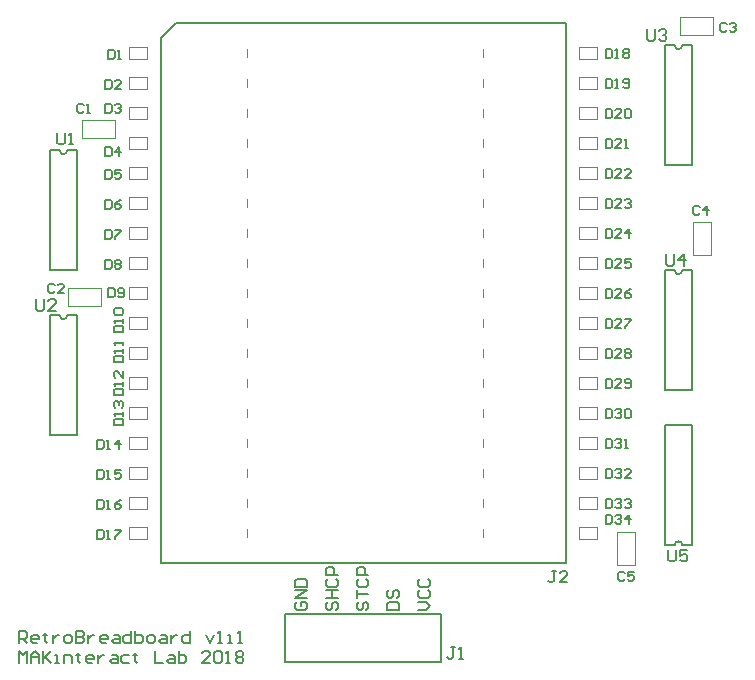
<source format=gto>
G04*
G04 #@! TF.GenerationSoftware,Altium Limited,Altium Designer,18.1.7 (191)*
G04*
G04 Layer_Color=65535*
%FSLAX44Y44*%
%MOMM*%
G71*
G01*
G75*
%ADD10C,0.2000*%
%ADD11C,0.1000*%
%ADD12C,0.0500*%
%ADD13C,0.1500*%
%ADD14C,0.1800*%
D10*
X758925Y742950D02*
G03*
X765275Y742950I3175J0D01*
G01*
X1279625Y971550D02*
G03*
X1285975Y971550I3175J0D01*
G01*
X1279625Y781050D02*
G03*
X1285975Y781050I3175J0D01*
G01*
Y548640D02*
G03*
X1279625Y548640I-3175J0D01*
G01*
X758925Y882650D02*
G03*
X765275Y882650I3175J0D01*
G01*
X844550Y533400D02*
X1187450D01*
X1187450Y990600D02*
X1187450Y533400D01*
X844550Y977900D02*
X857250Y990600D01*
X1187450D01*
X844550Y533400D02*
Y977900D01*
X949960Y490220D02*
X1082040D01*
X949960Y449580D02*
Y490220D01*
Y449580D02*
X1082040D01*
Y490220D01*
X750450Y641350D02*
Y742950D01*
Y641350D02*
X773750D01*
Y742950D01*
X765275D02*
X773750D01*
X750450D02*
X758925D01*
X1271150Y869950D02*
Y971550D01*
Y869950D02*
X1294450D01*
Y971550D01*
X1285975D02*
X1294450D01*
X1271150D02*
X1279625D01*
X1271150Y679450D02*
Y781050D01*
Y679450D02*
X1294450D01*
Y781050D01*
X1285975D02*
X1294450D01*
X1271150D02*
X1279625D01*
X1294450Y548640D02*
Y650240D01*
X1271150D02*
X1294450D01*
X1271150Y548640D02*
Y650240D01*
Y548640D02*
X1279625D01*
X1285975D02*
X1294450D01*
X750450Y781050D02*
Y882650D01*
Y781050D02*
X773750D01*
Y882650D01*
X765275D02*
X773750D01*
X750450D02*
X758925D01*
X1036388Y493490D02*
X1046385D01*
Y498488D01*
X1044719Y500154D01*
X1038054D01*
X1036388Y498488D01*
Y493490D01*
X1038054Y510151D02*
X1036388Y508485D01*
Y505153D01*
X1038054Y503487D01*
X1039721D01*
X1041387Y505153D01*
Y508485D01*
X1043053Y510151D01*
X1044719D01*
X1046385Y508485D01*
Y505153D01*
X1044719Y503487D01*
X1062423Y493490D02*
X1069088D01*
X1072420Y496822D01*
X1069088Y500154D01*
X1062423D01*
X1064089Y510151D02*
X1062423Y508485D01*
Y505153D01*
X1064089Y503487D01*
X1070754D01*
X1072420Y505153D01*
Y508485D01*
X1070754Y510151D01*
X1064089Y520148D02*
X1062423Y518482D01*
Y515150D01*
X1064089Y513484D01*
X1070754D01*
X1072420Y515150D01*
Y518482D01*
X1070754Y520148D01*
X1012019Y500154D02*
X1010353Y498488D01*
Y495156D01*
X1012019Y493490D01*
X1013686D01*
X1015352Y495156D01*
Y498488D01*
X1017018Y500154D01*
X1018684D01*
X1020350Y498488D01*
Y495156D01*
X1018684Y493490D01*
X1010353Y503487D02*
Y510151D01*
Y506819D01*
X1020350D01*
X1012019Y520148D02*
X1010353Y518482D01*
Y515150D01*
X1012019Y513484D01*
X1018684D01*
X1020350Y515150D01*
Y518482D01*
X1018684Y520148D01*
X1020350Y523480D02*
X1010353D01*
Y528479D01*
X1012019Y530145D01*
X1015352D01*
X1017018Y528479D01*
Y523480D01*
X724630Y465836D02*
Y475833D01*
X729628D01*
X731294Y474167D01*
Y470835D01*
X729628Y469168D01*
X724630D01*
X727962D02*
X731294Y465836D01*
X739625D02*
X736293D01*
X734627Y467502D01*
Y470835D01*
X736293Y472501D01*
X739625D01*
X741291Y470835D01*
Y469168D01*
X734627D01*
X746290Y474167D02*
Y472501D01*
X744624D01*
X747956D01*
X746290D01*
Y467502D01*
X747956Y465836D01*
X752954Y472501D02*
Y465836D01*
Y469168D01*
X754620Y470835D01*
X756286Y472501D01*
X757953D01*
X764617Y465836D02*
X767949D01*
X769615Y467502D01*
Y470835D01*
X767949Y472501D01*
X764617D01*
X762951Y470835D01*
Y467502D01*
X764617Y465836D01*
X772948Y475833D02*
Y465836D01*
X777946D01*
X779612Y467502D01*
Y469168D01*
X777946Y470835D01*
X772948D01*
X777946D01*
X779612Y472501D01*
Y474167D01*
X777946Y475833D01*
X772948D01*
X782944Y472501D02*
Y465836D01*
Y469168D01*
X784611Y470835D01*
X786277Y472501D01*
X787943D01*
X797940Y465836D02*
X794607D01*
X792941Y467502D01*
Y470835D01*
X794607Y472501D01*
X797940D01*
X799606Y470835D01*
Y469168D01*
X792941D01*
X804604Y472501D02*
X807936D01*
X809603Y470835D01*
Y465836D01*
X804604D01*
X802938Y467502D01*
X804604Y469168D01*
X809603D01*
X819599Y475833D02*
Y465836D01*
X814601D01*
X812935Y467502D01*
Y470835D01*
X814601Y472501D01*
X819599D01*
X822932Y475833D02*
Y465836D01*
X827930D01*
X829596Y467502D01*
Y469168D01*
Y470835D01*
X827930Y472501D01*
X822932D01*
X834595Y465836D02*
X837927D01*
X839593Y467502D01*
Y470835D01*
X837927Y472501D01*
X834595D01*
X832928Y470835D01*
Y467502D01*
X834595Y465836D01*
X844591Y472501D02*
X847924D01*
X849590Y470835D01*
Y465836D01*
X844591D01*
X842925Y467502D01*
X844591Y469168D01*
X849590D01*
X852922Y472501D02*
Y465836D01*
Y469168D01*
X854588Y470835D01*
X856254Y472501D01*
X857920D01*
X869583Y475833D02*
Y465836D01*
X864585D01*
X862919Y467502D01*
Y470835D01*
X864585Y472501D01*
X869583D01*
X882912D02*
X886245Y465836D01*
X889577Y472501D01*
X892909Y465836D02*
X896241D01*
X894575D01*
Y475833D01*
X892909Y474167D01*
X901240Y465836D02*
X904572D01*
X902906D01*
Y472501D01*
X901240D01*
X909570Y465836D02*
X912903D01*
X911236D01*
Y475833D01*
X909570Y474167D01*
X724630Y449040D02*
Y459037D01*
X727962Y455704D01*
X731294Y459037D01*
Y449040D01*
X734627D02*
Y455704D01*
X737959Y459037D01*
X741291Y455704D01*
Y449040D01*
Y454038D01*
X734627D01*
X744624Y459037D02*
Y449040D01*
Y452372D01*
X751288Y459037D01*
X746290Y454038D01*
X751288Y449040D01*
X754620D02*
X757953D01*
X756286D01*
Y455704D01*
X754620D01*
X762951Y449040D02*
Y455704D01*
X767949D01*
X769615Y454038D01*
Y449040D01*
X774614Y457371D02*
Y455704D01*
X772948D01*
X776280D01*
X774614D01*
Y450706D01*
X776280Y449040D01*
X786277D02*
X782944D01*
X781278Y450706D01*
Y454038D01*
X782944Y455704D01*
X786277D01*
X787943Y454038D01*
Y452372D01*
X781278D01*
X791275Y455704D02*
Y449040D01*
Y452372D01*
X792941Y454038D01*
X794607Y455704D01*
X796274D01*
X802938D02*
X806270D01*
X807936Y454038D01*
Y449040D01*
X802938D01*
X801272Y450706D01*
X802938Y452372D01*
X807936D01*
X817933Y455704D02*
X812935D01*
X811269Y454038D01*
Y450706D01*
X812935Y449040D01*
X817933D01*
X822932Y457371D02*
Y455704D01*
X821265D01*
X824598D01*
X822932D01*
Y450706D01*
X824598Y449040D01*
X839593Y459037D02*
Y449040D01*
X846257D01*
X851256Y455704D02*
X854588D01*
X856254Y454038D01*
Y449040D01*
X851256D01*
X849590Y450706D01*
X851256Y452372D01*
X856254D01*
X859586Y459037D02*
Y449040D01*
X864585D01*
X866251Y450706D01*
Y452372D01*
Y454038D01*
X864585Y455704D01*
X859586D01*
X886245Y449040D02*
X879580D01*
X886245Y455704D01*
Y457371D01*
X884578Y459037D01*
X881246D01*
X879580Y457371D01*
X889577D02*
X891243Y459037D01*
X894575D01*
X896241Y457371D01*
Y450706D01*
X894575Y449040D01*
X891243D01*
X889577Y450706D01*
Y457371D01*
X899574Y449040D02*
X902906D01*
X901240D01*
Y459037D01*
X899574Y457371D01*
X907904D02*
X909570Y459037D01*
X912903D01*
X914569Y457371D01*
Y455704D01*
X912903Y454038D01*
X914569Y452372D01*
Y450706D01*
X912903Y449040D01*
X909570D01*
X907904Y450706D01*
Y452372D01*
X909570Y454038D01*
X907904Y455704D01*
Y457371D01*
X909570Y454038D02*
X912903D01*
X985984Y500154D02*
X984318Y498488D01*
Y495156D01*
X985984Y493490D01*
X987651D01*
X989317Y495156D01*
Y498488D01*
X990983Y500154D01*
X992649D01*
X994315Y498488D01*
Y495156D01*
X992649Y493490D01*
X984318Y503487D02*
X994315D01*
X989317D01*
Y510151D01*
X984318D01*
X994315D01*
X985984Y520148D02*
X984318Y518482D01*
Y515150D01*
X985984Y513484D01*
X992649D01*
X994315Y515150D01*
Y518482D01*
X992649Y520148D01*
X994315Y523480D02*
X984318D01*
Y528479D01*
X985984Y530145D01*
X989317D01*
X990983Y528479D01*
Y523480D01*
X959949Y500154D02*
X958283Y498488D01*
Y495156D01*
X959949Y493490D01*
X966614D01*
X968280Y495156D01*
Y498488D01*
X966614Y500154D01*
X963282D01*
Y496822D01*
X968280Y503487D02*
X958283D01*
X968280Y510151D01*
X958283D01*
Y513484D02*
X968280D01*
Y518482D01*
X966614Y520148D01*
X959949D01*
X958283Y518482D01*
Y513484D01*
D11*
X1245870Y531520D02*
Y559460D01*
X1230630Y531520D02*
X1245870D01*
X1230630D02*
Y559460D01*
X1245870D01*
X1295400Y794360D02*
Y822300D01*
X1310640D01*
Y794360D02*
Y822300D01*
X1295400Y794360D02*
X1310640D01*
X1284376Y995680D02*
X1312316D01*
Y980440D02*
Y995680D01*
X1284376Y980440D02*
X1312316D01*
X1284376D02*
Y995680D01*
X765810Y750570D02*
X793750D01*
X765810D02*
Y765810D01*
X793750D01*
Y750570D02*
Y765810D01*
X777748Y908050D02*
X805688D01*
Y892810D02*
Y908050D01*
X777748Y892810D02*
X805688D01*
X777748D02*
Y908050D01*
X833120Y960120D02*
Y970280D01*
X817880D02*
X833120D01*
X817880Y960120D02*
Y970280D01*
Y960120D02*
X833120D01*
Y934720D02*
Y944880D01*
X817880D02*
X833120D01*
X817880Y934720D02*
Y944880D01*
Y934720D02*
X833120D01*
Y909320D02*
Y919480D01*
X817880D02*
X833120D01*
X817880Y909320D02*
Y919480D01*
Y909320D02*
X833120D01*
Y883920D02*
Y894080D01*
X817880D02*
X833120D01*
X817880Y883920D02*
Y894080D01*
Y883920D02*
X833120D01*
Y858520D02*
Y868680D01*
X817880D02*
X833120D01*
X817880Y858520D02*
Y868680D01*
Y858520D02*
X833120D01*
Y833120D02*
Y843280D01*
X817880D02*
X833120D01*
X817880Y833120D02*
Y843280D01*
Y833120D02*
X833120D01*
Y807720D02*
Y817880D01*
X817880D02*
X833120D01*
X817880Y807720D02*
Y817880D01*
Y807720D02*
X833120D01*
Y782320D02*
Y792480D01*
X817880D02*
X833120D01*
X817880Y782320D02*
Y792480D01*
Y782320D02*
X833120D01*
Y756920D02*
Y767080D01*
X817880D02*
X833120D01*
X817880Y756920D02*
Y767080D01*
Y756920D02*
X833120D01*
Y731520D02*
Y741680D01*
X817880D02*
X833120D01*
X817880Y731520D02*
Y741680D01*
Y731520D02*
X833120D01*
Y706120D02*
Y716280D01*
X817880D02*
X833120D01*
X817880Y706120D02*
Y716280D01*
Y706120D02*
X833120D01*
Y680720D02*
Y690880D01*
X817880D02*
X833120D01*
X817880Y680720D02*
Y690880D01*
Y680720D02*
X833120D01*
Y655320D02*
Y665480D01*
X817880D02*
X833120D01*
X817880Y655320D02*
Y665480D01*
Y655320D02*
X833120D01*
Y629920D02*
Y640080D01*
X817880D02*
X833120D01*
X817880Y629920D02*
Y640080D01*
Y629920D02*
X833120D01*
Y604520D02*
Y614680D01*
X817880D02*
X833120D01*
X817880Y604520D02*
Y614680D01*
Y604520D02*
X833120D01*
Y579120D02*
Y589280D01*
X817880D02*
X833120D01*
X817880Y579120D02*
Y589280D01*
Y579120D02*
X833120D01*
Y553720D02*
Y563880D01*
X817880D02*
X833120D01*
X817880Y553720D02*
Y563880D01*
Y553720D02*
X833120D01*
X1198880Y960120D02*
Y970280D01*
Y960120D02*
X1214120D01*
Y970280D01*
X1198880D02*
X1214120D01*
X1198880Y934720D02*
Y944880D01*
Y934720D02*
X1214120D01*
Y944880D01*
X1198880D02*
X1214120D01*
X1198880Y909320D02*
Y919480D01*
Y909320D02*
X1214120D01*
Y919480D01*
X1198880D02*
X1214120D01*
X1198880Y883920D02*
Y894080D01*
Y883920D02*
X1214120D01*
Y894080D01*
X1198880D02*
X1214120D01*
X1198880Y858520D02*
Y868680D01*
Y858520D02*
X1214120D01*
Y868680D01*
X1198880D02*
X1214120D01*
X1198880Y833120D02*
Y843280D01*
Y833120D02*
X1214120D01*
Y843280D01*
X1198880D02*
X1214120D01*
X1198880Y807720D02*
Y817880D01*
Y807720D02*
X1214120D01*
Y817880D01*
X1198880D02*
X1214120D01*
X1198880Y782320D02*
Y792480D01*
Y782320D02*
X1214120D01*
Y792480D01*
X1198880D02*
X1214120D01*
X1198880Y756920D02*
Y767080D01*
Y756920D02*
X1214120D01*
Y767080D01*
X1198880D02*
X1214120D01*
X1198880Y731520D02*
Y741680D01*
Y731520D02*
X1214120D01*
Y741680D01*
X1198880D02*
X1214120D01*
X1198880Y706120D02*
Y716280D01*
Y706120D02*
X1214120D01*
Y716280D01*
X1198880D02*
X1214120D01*
X1198880Y680720D02*
Y690880D01*
Y680720D02*
X1214120D01*
Y690880D01*
X1198880D02*
X1214120D01*
X1198880Y655320D02*
Y665480D01*
Y655320D02*
X1214120D01*
Y665480D01*
X1198880D02*
X1214120D01*
X1198880Y629920D02*
Y640080D01*
Y629920D02*
X1214120D01*
Y640080D01*
X1198880D02*
X1214120D01*
X1198880Y604520D02*
Y614680D01*
Y604520D02*
X1214120D01*
Y614680D01*
X1198880D02*
X1214120D01*
X1198880Y579120D02*
Y589280D01*
Y579120D02*
X1214120D01*
Y589280D01*
X1198880D02*
X1214120D01*
X1198880Y553720D02*
Y563880D01*
Y553720D02*
X1214120D01*
Y563880D01*
X1198880D02*
X1214120D01*
D12*
X917194Y961898D02*
Y968502D01*
Y936498D02*
Y943102D01*
Y911098D02*
Y917702D01*
Y885698D02*
Y892302D01*
Y860298D02*
Y866902D01*
Y834898D02*
Y841502D01*
Y809498D02*
Y816102D01*
Y784098D02*
Y790702D01*
Y758698D02*
Y765302D01*
Y733298D02*
Y739902D01*
Y707898D02*
Y714502D01*
Y682498D02*
Y689102D01*
Y657098D02*
Y663702D01*
Y631698D02*
Y638302D01*
Y606298D02*
Y612902D01*
Y580898D02*
Y587502D01*
Y555498D02*
Y562102D01*
X1117346Y961898D02*
Y968502D01*
Y936498D02*
Y943102D01*
Y911098D02*
Y917702D01*
Y885698D02*
Y892302D01*
Y860298D02*
Y866902D01*
Y834898D02*
Y841502D01*
Y809498D02*
Y816102D01*
Y784098D02*
Y790702D01*
Y758698D02*
Y765302D01*
Y733298D02*
Y739902D01*
Y707898D02*
Y714502D01*
Y682498D02*
Y689102D01*
Y657098D02*
Y663702D01*
Y631698D02*
Y638302D01*
Y606298D02*
Y612902D01*
Y580898D02*
Y587502D01*
Y555498D02*
Y562102D01*
D13*
X754632Y768664D02*
X753299Y769997D01*
X750633D01*
X749300Y768664D01*
Y763333D01*
X750633Y762000D01*
X753299D01*
X754632Y763333D01*
X762629Y762000D02*
X757297D01*
X762629Y767332D01*
Y768664D01*
X761296Y769997D01*
X758630D01*
X757297Y768664D01*
X1237232Y524824D02*
X1235899Y526157D01*
X1233233D01*
X1231900Y524824D01*
Y519493D01*
X1233233Y518160D01*
X1235899D01*
X1237232Y519493D01*
X1245229Y526157D02*
X1239897D01*
Y522159D01*
X1242563Y523492D01*
X1243896D01*
X1245229Y522159D01*
Y519493D01*
X1243896Y518160D01*
X1241230D01*
X1239897Y519493D01*
X1300732Y834705D02*
X1299399Y836037D01*
X1296733D01*
X1295400Y834705D01*
Y829373D01*
X1296733Y828040D01*
X1299399D01*
X1300732Y829373D01*
X1307396Y828040D02*
Y836037D01*
X1303397Y832039D01*
X1308729D01*
X1323592Y989644D02*
X1322259Y990977D01*
X1319593D01*
X1318260Y989644D01*
Y984313D01*
X1319593Y982980D01*
X1322259D01*
X1323592Y984313D01*
X1326257Y989644D02*
X1327590Y990977D01*
X1330256D01*
X1331589Y989644D01*
Y988312D01*
X1330256Y986979D01*
X1328923D01*
X1330256D01*
X1331589Y985646D01*
Y984313D01*
X1330256Y982980D01*
X1327590D01*
X1326257Y984313D01*
X779270Y921065D02*
X777937Y922397D01*
X775271D01*
X773938Y921065D01*
Y915733D01*
X775271Y914400D01*
X777937D01*
X779270Y915733D01*
X781935Y914400D02*
X784601D01*
X783268D01*
Y922397D01*
X781935Y921065D01*
X1221232Y574417D02*
Y566420D01*
X1225231D01*
X1226564Y567753D01*
Y573084D01*
X1225231Y574417D01*
X1221232D01*
X1229229Y573084D02*
X1230562Y574417D01*
X1233228D01*
X1234561Y573084D01*
Y571752D01*
X1233228Y570419D01*
X1231895D01*
X1233228D01*
X1234561Y569086D01*
Y567753D01*
X1233228Y566420D01*
X1230562D01*
X1229229Y567753D01*
X1241226Y566420D02*
Y574417D01*
X1237227Y570419D01*
X1242558D01*
X1221232Y587879D02*
Y579882D01*
X1225231D01*
X1226564Y581215D01*
Y586547D01*
X1225231Y587879D01*
X1221232D01*
X1229229Y586547D02*
X1230562Y587879D01*
X1233228D01*
X1234561Y586547D01*
Y585214D01*
X1233228Y583881D01*
X1231895D01*
X1233228D01*
X1234561Y582548D01*
Y581215D01*
X1233228Y579882D01*
X1230562D01*
X1229229Y581215D01*
X1237227Y586547D02*
X1238560Y587879D01*
X1241226D01*
X1242558Y586547D01*
Y585214D01*
X1241226Y583881D01*
X1239893D01*
X1241226D01*
X1242558Y582548D01*
Y581215D01*
X1241226Y579882D01*
X1238560D01*
X1237227Y581215D01*
X1221232Y613279D02*
Y605282D01*
X1225231D01*
X1226564Y606615D01*
Y611946D01*
X1225231Y613279D01*
X1221232D01*
X1229229Y611946D02*
X1230562Y613279D01*
X1233228D01*
X1234561Y611946D01*
Y610614D01*
X1233228Y609281D01*
X1231895D01*
X1233228D01*
X1234561Y607948D01*
Y606615D01*
X1233228Y605282D01*
X1230562D01*
X1229229Y606615D01*
X1242558Y605282D02*
X1237227D01*
X1242558Y610614D01*
Y611946D01*
X1241226Y613279D01*
X1238560D01*
X1237227Y611946D01*
X1221232Y638679D02*
Y630682D01*
X1225231D01*
X1226564Y632015D01*
Y637346D01*
X1225231Y638679D01*
X1221232D01*
X1229229Y637346D02*
X1230562Y638679D01*
X1233228D01*
X1234561Y637346D01*
Y636014D01*
X1233228Y634681D01*
X1231895D01*
X1233228D01*
X1234561Y633348D01*
Y632015D01*
X1233228Y630682D01*
X1230562D01*
X1229229Y632015D01*
X1237227Y630682D02*
X1239893D01*
X1238560D01*
Y638679D01*
X1237227Y637346D01*
X1221232Y664079D02*
Y656082D01*
X1225231D01*
X1226564Y657415D01*
Y662747D01*
X1225231Y664079D01*
X1221232D01*
X1229229Y662747D02*
X1230562Y664079D01*
X1233228D01*
X1234561Y662747D01*
Y661414D01*
X1233228Y660081D01*
X1231895D01*
X1233228D01*
X1234561Y658748D01*
Y657415D01*
X1233228Y656082D01*
X1230562D01*
X1229229Y657415D01*
X1237227Y662747D02*
X1238560Y664079D01*
X1241226D01*
X1242558Y662747D01*
Y657415D01*
X1241226Y656082D01*
X1238560D01*
X1237227Y657415D01*
Y662747D01*
X1221232Y689479D02*
Y681482D01*
X1225231D01*
X1226564Y682815D01*
Y688147D01*
X1225231Y689479D01*
X1221232D01*
X1234561Y681482D02*
X1229229D01*
X1234561Y686814D01*
Y688147D01*
X1233228Y689479D01*
X1230562D01*
X1229229Y688147D01*
X1237227Y682815D02*
X1238560Y681482D01*
X1241226D01*
X1242558Y682815D01*
Y688147D01*
X1241226Y689479D01*
X1238560D01*
X1237227Y688147D01*
Y686814D01*
X1238560Y685481D01*
X1242558D01*
X1221232Y714879D02*
Y706882D01*
X1225231D01*
X1226564Y708215D01*
Y713547D01*
X1225231Y714879D01*
X1221232D01*
X1234561Y706882D02*
X1229229D01*
X1234561Y712214D01*
Y713547D01*
X1233228Y714879D01*
X1230562D01*
X1229229Y713547D01*
X1237227D02*
X1238560Y714879D01*
X1241226D01*
X1242558Y713547D01*
Y712214D01*
X1241226Y710881D01*
X1242558Y709548D01*
Y708215D01*
X1241226Y706882D01*
X1238560D01*
X1237227Y708215D01*
Y709548D01*
X1238560Y710881D01*
X1237227Y712214D01*
Y713547D01*
X1238560Y710881D02*
X1241226D01*
X1221232Y740279D02*
Y732282D01*
X1225231D01*
X1226564Y733615D01*
Y738947D01*
X1225231Y740279D01*
X1221232D01*
X1234561Y732282D02*
X1229229D01*
X1234561Y737614D01*
Y738947D01*
X1233228Y740279D01*
X1230562D01*
X1229229Y738947D01*
X1237227Y740279D02*
X1242558D01*
Y738947D01*
X1237227Y733615D01*
Y732282D01*
X1221232Y765679D02*
Y757682D01*
X1225231D01*
X1226564Y759015D01*
Y764346D01*
X1225231Y765679D01*
X1221232D01*
X1234561Y757682D02*
X1229229D01*
X1234561Y763014D01*
Y764346D01*
X1233228Y765679D01*
X1230562D01*
X1229229Y764346D01*
X1242558Y765679D02*
X1239893Y764346D01*
X1237227Y761681D01*
Y759015D01*
X1238560Y757682D01*
X1241226D01*
X1242558Y759015D01*
Y760348D01*
X1241226Y761681D01*
X1237227D01*
X1221232Y791079D02*
Y783082D01*
X1225231D01*
X1226564Y784415D01*
Y789746D01*
X1225231Y791079D01*
X1221232D01*
X1234561Y783082D02*
X1229229D01*
X1234561Y788414D01*
Y789746D01*
X1233228Y791079D01*
X1230562D01*
X1229229Y789746D01*
X1242558Y791079D02*
X1237227D01*
Y787081D01*
X1239893Y788414D01*
X1241226D01*
X1242558Y787081D01*
Y784415D01*
X1241226Y783082D01*
X1238560D01*
X1237227Y784415D01*
X1221232Y816479D02*
Y808482D01*
X1225231D01*
X1226564Y809815D01*
Y815146D01*
X1225231Y816479D01*
X1221232D01*
X1234561Y808482D02*
X1229229D01*
X1234561Y813814D01*
Y815146D01*
X1233228Y816479D01*
X1230562D01*
X1229229Y815146D01*
X1241226Y808482D02*
Y816479D01*
X1237227Y812481D01*
X1242558D01*
X1221232Y841879D02*
Y833882D01*
X1225231D01*
X1226564Y835215D01*
Y840546D01*
X1225231Y841879D01*
X1221232D01*
X1234561Y833882D02*
X1229229D01*
X1234561Y839214D01*
Y840546D01*
X1233228Y841879D01*
X1230562D01*
X1229229Y840546D01*
X1237227D02*
X1238560Y841879D01*
X1241226D01*
X1242558Y840546D01*
Y839214D01*
X1241226Y837881D01*
X1239893D01*
X1241226D01*
X1242558Y836548D01*
Y835215D01*
X1241226Y833882D01*
X1238560D01*
X1237227Y835215D01*
X1221232Y867279D02*
Y859282D01*
X1225231D01*
X1226564Y860615D01*
Y865947D01*
X1225231Y867279D01*
X1221232D01*
X1234561Y859282D02*
X1229229D01*
X1234561Y864614D01*
Y865947D01*
X1233228Y867279D01*
X1230562D01*
X1229229Y865947D01*
X1242558Y859282D02*
X1237227D01*
X1242558Y864614D01*
Y865947D01*
X1241226Y867279D01*
X1238560D01*
X1237227Y865947D01*
X1221232Y892679D02*
Y884682D01*
X1225231D01*
X1226564Y886015D01*
Y891347D01*
X1225231Y892679D01*
X1221232D01*
X1234561Y884682D02*
X1229229D01*
X1234561Y890014D01*
Y891347D01*
X1233228Y892679D01*
X1230562D01*
X1229229Y891347D01*
X1237227Y884682D02*
X1239893D01*
X1238560D01*
Y892679D01*
X1237227Y891347D01*
X1221232Y918079D02*
Y910082D01*
X1225231D01*
X1226564Y911415D01*
Y916747D01*
X1225231Y918079D01*
X1221232D01*
X1234561Y910082D02*
X1229229D01*
X1234561Y915414D01*
Y916747D01*
X1233228Y918079D01*
X1230562D01*
X1229229Y916747D01*
X1237227D02*
X1238560Y918079D01*
X1241226D01*
X1242558Y916747D01*
Y911415D01*
X1241226Y910082D01*
X1238560D01*
X1237227Y911415D01*
Y916747D01*
X1221232Y943479D02*
Y935482D01*
X1225231D01*
X1226564Y936815D01*
Y942147D01*
X1225231Y943479D01*
X1221232D01*
X1229229Y935482D02*
X1231895D01*
X1230562D01*
Y943479D01*
X1229229Y942147D01*
X1235894Y936815D02*
X1237227Y935482D01*
X1239893D01*
X1241226Y936815D01*
Y942147D01*
X1239893Y943479D01*
X1237227D01*
X1235894Y942147D01*
Y940814D01*
X1237227Y939481D01*
X1241226D01*
X1221232Y968879D02*
Y960882D01*
X1225231D01*
X1226564Y962215D01*
Y967546D01*
X1225231Y968879D01*
X1221232D01*
X1229229Y960882D02*
X1231895D01*
X1230562D01*
Y968879D01*
X1229229Y967546D01*
X1235894D02*
X1237227Y968879D01*
X1239893D01*
X1241226Y967546D01*
Y966214D01*
X1239893Y964881D01*
X1241226Y963548D01*
Y962215D01*
X1239893Y960882D01*
X1237227D01*
X1235894Y962215D01*
Y963548D01*
X1237227Y964881D01*
X1235894Y966214D01*
Y967546D01*
X1237227Y964881D02*
X1239893D01*
X790895Y561717D02*
Y553720D01*
X794894D01*
X796227Y555053D01*
Y560384D01*
X794894Y561717D01*
X790895D01*
X798893Y553720D02*
X801559D01*
X800226D01*
Y561717D01*
X798893Y560384D01*
X805557Y561717D02*
X810889D01*
Y560384D01*
X805557Y555053D01*
Y553720D01*
X790895Y587117D02*
Y579120D01*
X794894D01*
X796227Y580453D01*
Y585784D01*
X794894Y587117D01*
X790895D01*
X798893Y579120D02*
X801559D01*
X800226D01*
Y587117D01*
X798893Y585784D01*
X810889Y587117D02*
X808223Y585784D01*
X805557Y583119D01*
Y580453D01*
X806890Y579120D01*
X809556D01*
X810889Y580453D01*
Y581786D01*
X809556Y583119D01*
X805557D01*
X790895Y612517D02*
Y604520D01*
X794894D01*
X796227Y605853D01*
Y611185D01*
X794894Y612517D01*
X790895D01*
X798893Y604520D02*
X801559D01*
X800226D01*
Y612517D01*
X798893Y611185D01*
X810889Y612517D02*
X805557D01*
Y608519D01*
X808223Y609852D01*
X809556D01*
X810889Y608519D01*
Y605853D01*
X809556Y604520D01*
X806890D01*
X805557Y605853D01*
X790895Y637917D02*
Y629920D01*
X794894D01*
X796227Y631253D01*
Y636585D01*
X794894Y637917D01*
X790895D01*
X798893Y629920D02*
X801559D01*
X800226D01*
Y637917D01*
X798893Y636585D01*
X809556Y629920D02*
Y637917D01*
X805557Y633919D01*
X810889D01*
X804803Y650240D02*
X812800D01*
Y654239D01*
X811467Y655572D01*
X806135D01*
X804803Y654239D01*
Y650240D01*
X812800Y658237D02*
Y660903D01*
Y659570D01*
X804803D01*
X806135Y658237D01*
Y664902D02*
X804803Y666235D01*
Y668901D01*
X806135Y670234D01*
X807468D01*
X808801Y668901D01*
Y667568D01*
Y668901D01*
X810134Y670234D01*
X811467D01*
X812800Y668901D01*
Y666235D01*
X811467Y664902D01*
X804803Y675640D02*
X812800D01*
Y679639D01*
X811467Y680972D01*
X806135D01*
X804803Y679639D01*
Y675640D01*
X812800Y683637D02*
Y686303D01*
Y684970D01*
X804803D01*
X806135Y683637D01*
X812800Y695634D02*
Y690302D01*
X807468Y695634D01*
X806135D01*
X804803Y694301D01*
Y691635D01*
X806135Y690302D01*
X804803Y703580D02*
X812800D01*
Y707579D01*
X811467Y708912D01*
X806135D01*
X804803Y707579D01*
Y703580D01*
X812800Y711577D02*
Y714243D01*
Y712910D01*
X804803D01*
X806135Y711577D01*
X812800Y718242D02*
Y720908D01*
Y719575D01*
X804803D01*
X806135Y718242D01*
X804803Y728980D02*
X812800D01*
Y732979D01*
X811467Y734312D01*
X806135D01*
X804803Y732979D01*
Y728980D01*
X812800Y736977D02*
Y739643D01*
Y738310D01*
X804803D01*
X806135Y736977D01*
Y743642D02*
X804803Y744975D01*
Y747641D01*
X806135Y748974D01*
X811467D01*
X812800Y747641D01*
Y744975D01*
X811467Y743642D01*
X806135D01*
X800226Y766187D02*
Y758190D01*
X804224D01*
X805557Y759523D01*
Y764855D01*
X804224Y766187D01*
X800226D01*
X808223Y759523D02*
X809556Y758190D01*
X812222D01*
X813555Y759523D01*
Y764855D01*
X812222Y766187D01*
X809556D01*
X808223Y764855D01*
Y763522D01*
X809556Y762189D01*
X813555D01*
X797560Y790317D02*
Y782320D01*
X801559D01*
X802892Y783653D01*
Y788985D01*
X801559Y790317D01*
X797560D01*
X805557Y788985D02*
X806890Y790317D01*
X809556D01*
X810889Y788985D01*
Y787652D01*
X809556Y786319D01*
X810889Y784986D01*
Y783653D01*
X809556Y782320D01*
X806890D01*
X805557Y783653D01*
Y784986D01*
X806890Y786319D01*
X805557Y787652D01*
Y788985D01*
X806890Y786319D02*
X809556D01*
X797560Y815717D02*
Y807720D01*
X801559D01*
X802892Y809053D01*
Y814385D01*
X801559Y815717D01*
X797560D01*
X805557D02*
X810889D01*
Y814385D01*
X805557Y809053D01*
Y807720D01*
X797560Y841117D02*
Y833120D01*
X801559D01*
X802892Y834453D01*
Y839784D01*
X801559Y841117D01*
X797560D01*
X810889D02*
X808223Y839784D01*
X805557Y837119D01*
Y834453D01*
X806890Y833120D01*
X809556D01*
X810889Y834453D01*
Y835786D01*
X809556Y837119D01*
X805557D01*
X797560Y866517D02*
Y858520D01*
X801559D01*
X802892Y859853D01*
Y865184D01*
X801559Y866517D01*
X797560D01*
X810889D02*
X805557D01*
Y862519D01*
X808223Y863852D01*
X809556D01*
X810889Y862519D01*
Y859853D01*
X809556Y858520D01*
X806890D01*
X805557Y859853D01*
X797560Y885567D02*
Y877570D01*
X801559D01*
X802892Y878903D01*
Y884234D01*
X801559Y885567D01*
X797560D01*
X809556Y877570D02*
Y885567D01*
X805557Y881569D01*
X810889D01*
X797560Y922397D02*
Y914400D01*
X801559D01*
X802892Y915733D01*
Y921065D01*
X801559Y922397D01*
X797560D01*
X805557Y921065D02*
X806890Y922397D01*
X809556D01*
X810889Y921065D01*
Y919732D01*
X809556Y918399D01*
X808223D01*
X809556D01*
X810889Y917066D01*
Y915733D01*
X809556Y914400D01*
X806890D01*
X805557Y915733D01*
X797560Y942717D02*
Y934720D01*
X801559D01*
X802892Y936053D01*
Y941385D01*
X801559Y942717D01*
X797560D01*
X810889Y934720D02*
X805557D01*
X810889Y940052D01*
Y941385D01*
X809556Y942717D01*
X806890D01*
X805557Y941385D01*
X800226Y968117D02*
Y960120D01*
X804224D01*
X805557Y961453D01*
Y966785D01*
X804224Y968117D01*
X800226D01*
X808223Y960120D02*
X810889D01*
X809556D01*
Y968117D01*
X808223Y966785D01*
D14*
X756920Y897727D02*
Y889396D01*
X758586Y887730D01*
X761918D01*
X763585Y889396D01*
Y897727D01*
X766917Y887730D02*
X770249D01*
X768583D01*
Y897727D01*
X766917Y896061D01*
X1273810Y544667D02*
Y536336D01*
X1275476Y534670D01*
X1278808D01*
X1280475Y536336D01*
Y544667D01*
X1290471D02*
X1283807D01*
Y539668D01*
X1287139Y541334D01*
X1288805D01*
X1290471Y539668D01*
Y536336D01*
X1288805Y534670D01*
X1285473D01*
X1283807Y536336D01*
X1272540Y794857D02*
Y786526D01*
X1274206Y784860D01*
X1277538D01*
X1279204Y786526D01*
Y794857D01*
X1287535Y784860D02*
Y794857D01*
X1282537Y789858D01*
X1289201D01*
X1256030Y985357D02*
Y977026D01*
X1257696Y975360D01*
X1261028D01*
X1262694Y977026D01*
Y985357D01*
X1266027Y983691D02*
X1267693Y985357D01*
X1271025D01*
X1272691Y983691D01*
Y982025D01*
X1271025Y980358D01*
X1269359D01*
X1271025D01*
X1272691Y978692D01*
Y977026D01*
X1271025Y975360D01*
X1267693D01*
X1266027Y977026D01*
X739140Y756757D02*
Y748426D01*
X740806Y746760D01*
X744138D01*
X745805Y748426D01*
Y756757D01*
X755801Y746760D02*
X749137D01*
X755801Y753425D01*
Y755091D01*
X754135Y756757D01*
X750803D01*
X749137Y755091D01*
X1178875Y526887D02*
X1175542D01*
X1177208D01*
Y518556D01*
X1175542Y516890D01*
X1173876D01*
X1172210Y518556D01*
X1188871Y516890D02*
X1182207D01*
X1188871Y523554D01*
Y525221D01*
X1187205Y526887D01*
X1183873D01*
X1182207Y525221D01*
X1093784Y462117D02*
X1090452D01*
X1092118D01*
Y453786D01*
X1090452Y452120D01*
X1088786D01*
X1087120Y453786D01*
X1097117Y452120D02*
X1100449D01*
X1098783D01*
Y462117D01*
X1097117Y460451D01*
M02*

</source>
